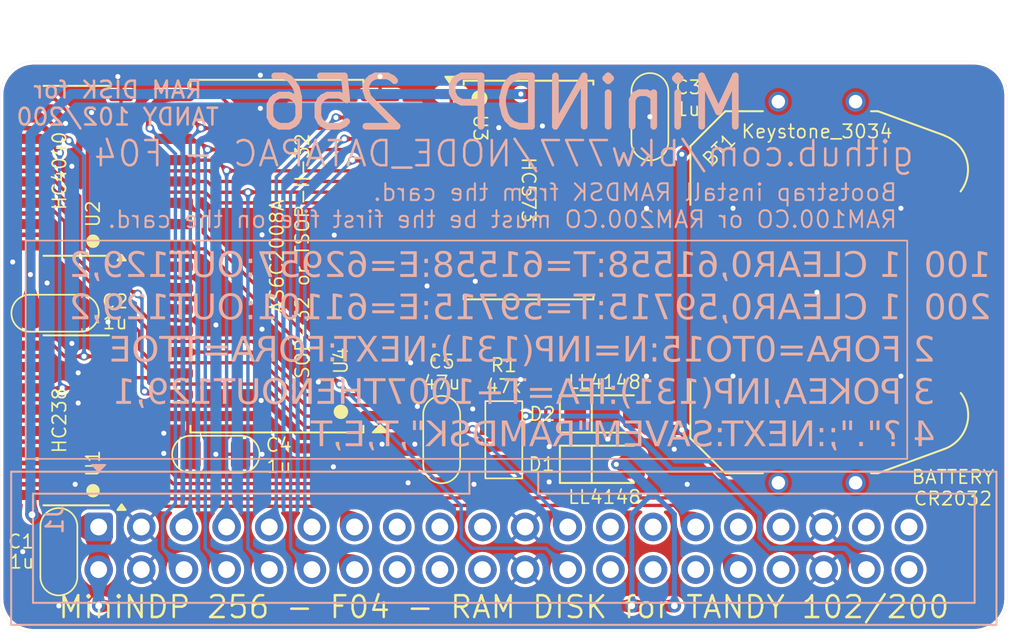
<source format=kicad_pcb>
(kicad_pcb (version 20240108) (generator "pcbnew") (generator_version "8.0")
  (title_block (title "MiniNDP 256") (date "2024-12-01") (rev "F04") (company "Brian K. White - b.kenyon.w@gmail.com") (comment 1 "github.com/bkw777/NODE_DATAPAC"))
  (layers (0 "F.Cu" signal) (31 "B.Cu" signal) (34 "B.Paste" user) (35 "F.Paste" user) (36 "B.SilkS" user "B.Silkscreen") (37 "F.SilkS" user "F.Silkscreen") (38 "B.Mask" user) (39 "F.Mask" user) (44 "Edge.Cuts" user))
  (net 0 "")
  (net 1 "GND")
  (net 2 "VMEM")
  (net 3 "VBUS")
  (net 4 "/AD0")
  (net 5 "/AD1")
  (net 6 "/AD2")
  (net 7 "/AD3")
  (net 8 "/AD4")
  (net 9 "/AD5")
  (net 10 "/AD6")
  (net 11 "/AD7")
  (net 12 "/A8")
  (net 13 "/A9")
  (net 14 "/~{RD}")
  (net 15 "/RAMRST")
  (net 16 "/~{Y0}")
  (net 17 "/(A)")
  (net 25 "/BYTE")
  (net 27 "/BUS_A10")
  (net 30 "/A5")
  (net 31 "/A6")
  (net 33 "/BLOCK")
  (net 34 "/A7")
  (net 35 "+BATT")
  (net 36 "/BUS_A8")
  (net 37 "/BUS_A9")
  (net 38 "/A0")
  (net 39 "/A1")
  (net 40 "/A2")
  (net 41 "/A3")
  (net 42 "/A4")
  (net 54 "/~{WR}")
  (net 56 "/A15")
  (net 57 "/A12")
  (net 58 "/A13")
  (net 59 "/A14")
  (net 60 "/A16")
  (net 61 "/A17")
  (net 62 "/A10")
  (net 63 "/A11")
  (footprint "000_LOCAL:C_1206" (layer "F.Cu") (at 125.45 115.230001 -90)
    (property "Reference" "C1")
    (property "Value" "1u")
  )
  (footprint "000_LOCAL:MiniNDP_Cover" (layer "F.Cu") (at 151.95 103.025)
    (property "Reference" "N1")
    (property "Value" "MiniNDP_Cover")
  )
  (footprint "000_LOCAL:Fiducial_0.75_1.5" (layer "F.Cu") (at 179.95 118.025)
    (property "Reference" "F2" (hide yes))
    (property "Value" "Fiducial_0.75_1.5" (hide yes))
  )
  (footprint "000_LOCAL:D_MiniMELF" (layer "F.Cu") (at 157.95 110.025)
    (property "Reference" "D1")
    (property "Value" "LL4148")
  )
  (footprint "000_LOCAL:TSOP-II-SOP-32_dual" (layer "F.Cu") (at 138.4372 97.626 180)
    (property "Reference" "U4")
    (property "Value" "AS6C2008A")
  )
  (footprint "000_LOCAL:C_1206" (layer "F.Cu") (at 148.25 108.549999 90)
    (property "Reference" "C5")
    (property "Value" "47u")
  )
  (footprint "000_LOCAL:Fiducial_0.75_1.5" (layer "F.Cu") (at 179.95 88.025 90)
    (property "Reference" "F2" (hide yes))
    (property "Value" "Fiducial_0.75_1.5" (hide yes))
  )
  (footprint "000_LOCAL:SOIC-20W_7.5x12.8mm_P1.27mm" (layer "F.Cu") (at 153.4222 93.688999)
    (property "Reference" "U3")
    (property "Value" "HC573")
  )
  (footprint "000_LOCAL:R_1206" (layer "F.Cu") (at 151.95 108.5625 90)
    (property "Reference" "R1")
    (property "Value" "47k")
  )
  (footprint "000_LOCAL:D_MiniMELF" (layer "F.Cu") (at 157.95 107.025)
    (property "Reference" "D2")
    (property "Value" "LL4148")
  )
  (footprint "000_LOCAL:C_1206" (layer "F.Cu") (at 160.65 89.325 -90)
    (property "Reference" "C3")
    (property "Value" "1u")
  )
  (footprint "000_LOCAL:Fiducial_0.75_1.5" (layer "F.Cu") (at 123.95 118.025)
    (property "Reference" "F3" (hide yes))
    (property "Value" "Fiducial_0.75_1.5" (hide yes))
  )
  (footprint "000_LOCAL:SOIC-16_3.9x9.9mm_P1.27mm" (layer "F.Cu") (at 126.485 107.405 180)
    (property "Reference" "U1")
    (property "Value" "HC238")
  )
  (footprint "000_LOCAL:Keystone_3028_3034" (layer "F.Cu") (at 170.6 99.775 90)
    (property "Reference" "BT1")
    (property "Value" "Keystone_3034")
  )
  (footprint "000_LOCAL:SOIC-16_3.9x9.9mm_P1.27mm" (layer "F.Cu") (at 126.485 92.546 180)
    (property "Reference" "U2")
    (property "Value" "HC4040")
  )
  (footprint "000_LOCAL:C_1206" (layer "F.Cu") (at 134.8 109.425)
    (property "Reference" "C4")
    (property "Value" "1u")
  )
  (footprint "000_LOCAL:C_1206" (layer "F.Cu") (at 125.225001 101.025)
    (property "Reference" "C2")
    (property "Value" "1u")
  )
  (footprint "000_LOCAL:IDC-Header_2x20_P2.54mm_Vertical" (layer "B.Cu") (at 127.82 113.755 -90)
    (property "Reference" "J1")
    (property "Value" "Conn_02x20_Odd_Even")
  )
  (gr_rect (start 123.475 96.7) (end 175.975 109.7) (stroke (width 0.1)) (fill none) (layer "B.SilkS"))
  (gr_line (start 123.95 86.025) (end 179.95 86.025) (stroke (width 0.01)) (layer "Edge.Cuts"))
  (gr_line (start 179.95 120.025) (end 123.95 120.025) (stroke (width 0.01)) (layer "Edge.Cuts"))
  (gr_arc (start 179.95 86.024999) (mid 181.364214 86.610786) (end 181.950001 88.025) (stroke (width 0.01)) (layer "Edge.Cuts"))
  (gr_arc (start 123.95 120.025) (mid 122.535786 119.439214) (end 121.95 118.025) (stroke (width 0.01)) (layer "Edge.Cuts"))
  (gr_arc (start 181.950001 118.025) (mid 181.364214 119.439214) (end 179.95 120.025001) (stroke (width 0.01)) (layer "Edge.Cuts"))
  (gr_line (start 181.95 88.025) (end 181.95 118.025) (stroke (width 0.01)) (layer "Edge.Cuts"))
  (gr_arc (start 121.949999 88.025) (mid 122.535786 86.610786) (end 123.95 86.024999) (stroke (width 0.01)) (layer "Edge.Cuts"))
  (gr_line (start 121.95 118.025) (end 121.95 88.025) (stroke (width 0.01)) (layer "Edge.Cuts"))
  (gr_text "${TITLE}" (at 151.95 88.525 0) (layer "B.SilkS") (effects (font (size 3 3) (thickness 0.4)) (justify mirror)))
  (gr_text "${COMMENT1} - ${REVISION}" (at 151.95 91.525 0) (layer "B.SilkS") (effects (font (size 1.5 1.5)) (justify mirror)))
  (gr_text "100  1 CLEAR0,61558:T=61558:E=62957:OUT129,2\n200  1 CLEAR0,59715:T=59715:E=61101:OUT129,2\n     2 FORA=0TO15:N=INP(131):NEXT:FORA=TTOE\n     3 POKEA,INP(131):IFA=T+1007THENOUT129,1\n     4 ?{dblquote}.{dblquote};:NEXT:SAVEM{dblquote}RAMDSK{dblquote},T,E,T" (at 180.975 109.2 0) (layer "B.SilkS") (effects (font (size 1.5 1.5) (thickness 0.1)) (justify left bottom mirror)))
  (gr_text "Bootstrap install RAMDSK from the card.\nRAM100.CO or RAM200.CO must be the first file on the card." (at 175.45 96.025 0) (layer "B.SilkS") (effects (font (size 1 1) (thickness 0.12)) (justify left bottom mirror)))
  (gr_text "RAM DISK for\nTANDY 102/200" (at 128.95 88.525 0) (layer "B.SilkS") (effects (font (size 1 1)) (justify mirror)))
  (gr_text "SOP-32 or TSOP-II-32" (at 139.95 97.625 90) (layer "F.SilkS") (effects (font (size 0.8 0.8) (thickness 0.1))))
  (gr_text "${TITLE} - ${REVISION} - RAM DISK for TANDY 102/200" (at 151.95 118.525 0) (layer "F.SilkS") (effects (font (size 1.3 1.3))))
  (gr_text "BATTERY\nCR2032" (at 178.7 111.425 0) (layer "F.SilkS") (effects (font (size 0.8 0.8) (thickness 0.1))))
  (via (at 128.375 101.55) (size 0.5) (drill 0.3) (layers "F.Cu" "B.Cu") (net 1))
  (via (at 150.1 106.725) (size 0.5) (drill 0.3) (layers "F.Cu" "B.Cu") (net 1))
  (via (at 154.25 89.875) (size 0.5) (drill 0.3) (layers "F.Cu" "B.Cu") (net 1))
  (via (at 124.75 99.225) (size 0.5) (drill 0.3) (layers "F.Cu" "B.Cu") (net 1))
  (via (at 146.65 108.825) (size 0.5) (drill 0.3) (layers "F.Cu" "B.Cu") (net 1))
  (via (at 170.6 99.775) (size 0.5) (drill 0.3) (layers "F.Cu" "B.Cu") (net 1))
  (via (at 165.6 94.775) (size 0.5) (drill 0.3) (layers "F.Cu" "B.Cu") (net 1))
  (via (at 128.963 86.9326) (size 0.5) (drill 0.3) (layers "F.Cu" "B.Cu") (net 1))
  (via (at 146.25 111.125) (size 0.5) (drill 0.3) (layers "F.Cu" "B.Cu") (net 1))
  (via (at 175.6 94.775) (size 0.5) (drill 0.3) (layers "F.Cu" "B.Cu") (net 1))
  (via (at 154.65 108.975) (size 0.5) (drill 0.3) (layers "F.Cu" "B.Cu") (net 1))
  (via (at 162.872 111.215) (size 0.5) (drill 0.3) (layers "F.Cu" "B.Cu") (net 1))
  (via (at 146.8 106.575) (size 0.5) (drill 0.3) (layers "F.Cu" "B.Cu") (net 1))
  (via (at 126.6 106.375) (size 0.5) (drill 0.3) (layers "F.Cu" "B.Cu") (net 1))
  (via (at 134.8 109.425) (size 0.5) (drill 0.3) (layers "F.Cu" "B.Cu") (net 1))
  (via (at 137.55 96.356) (size 0.5) (drill 0.3) (layers "F.Cu" "B.Cu") (net 1))
  (via (at 125.45 118.454) (size 0.5) (drill 0.3) (layers "F.Cu" "B.Cu") (net 1))
  (via (at 122.7 97.975) (size 0.5) (drill 0.3) (layers "F.Cu" "B.Cu") (net 1))
  (via (at 137.45 88.825) (size 0.5) (drill 0.3) (layers "F.Cu" "B.Cu") (net 1))
  (via (at 162.1 109.125) (size 0.5) (drill 0.3) (layers "F.Cu" "B.Cu") (net 1))
  (via (at 150.172 111.215) (size 0.5) (drill 0.3) (layers "F.Cu" "B.Cu") (net 1))
  (via (at 158.15 108.525) (size 0.5) (drill 0.3) (layers "F.Cu" "B.Cu") (net 1))
  (via (at 165.6 104.775) (size 0.5) (drill 0.3) (layers "F.Cu" "B.Cu") (net 1))
  (via (at 126.225 102.825) (size 0.5) (drill 0.3) (layers "F.Cu" "B.Cu") (net 1))
  (via (at 151.65 89.975) (size 0.5) (drill 0.3) (layers "F.Cu" "B.Cu") (net 1))
  (via (at 123.3 115.225) (size 0.5) (drill 0.3) (layers "F.Cu" "B.Cu") (net 1))
  (via (at 141.85 96.375) (size 0.5) (drill 0.3) (layers "F.Cu" "B.Cu") (net 1))
  (via (at 126.423 111.215) (size 0.5) (drill 0.3) (layers "F.Cu" "B.Cu") (net 1))
  (via (at 137.55 109.425) (size 0.5) (drill 0.3) (layers "F.Cu" "B.Cu") (net 1))
  (via (at 140.901 105.119) (size 0.5) (drill 0.3) (layers "F.Cu" "B.Cu") (net 1))
  (via (at 160.45 104.775) (size 0.5) (drill 0.3) (layers "F.Cu" "B.Cu") (net 1))
  (via (at 126.225 92.275) (size 0.5) (drill 0.3) (layers "F.Cu" "B.Cu") (net 1))
  (via (at 137.5 106.225) (size 0.5) (drill 0.3) (layers "F.Cu" "B.Cu") (net 1))
  (via (at 152.95 104.975) (size 0.5) (drill 0.3) (layers "F.Cu" "B.Cu") (net 1))
  (via (at 154.65 111.075) (size 0.5) (drill 0.3) (layers "F.Cu" "B.Cu") (net 1))
  (via (at 144.584 86.9326) (size 0.5) (drill 0.3) (layers "F.Cu" "B.Cu") (net 1))
  (via (at 131.7 109.375) (size 0.5) (drill 0.3) (layers "F.Cu" "B.Cu") (net 1))
  (via (at 137.55 101.975) (size 0.5) (drill 0.3) (layers "F.Cu" "B.Cu") (net 1))
  (via (at 144.7 108.825) (size 0.5) (drill 0.3) (layers "F.Cu" "B.Cu") (net 1))
  (via (at 141.8 110.175) (size 0.5) (drill 0.3) (layers "F.Cu" "B.Cu") (net 1))
  (via (at 147.378 99.404) (size 0.5) (drill 0.3) (layers "F.Cu" "B.Cu") (net 1))
  (via (at 131.7 108.175) (size 0.5) (drill 0.3) (layers "F.Cu" "B.Cu") (net 1))
  (via (at 127.4 89.075) (size 0.5) (drill 0.3) (layers "F.Cu" "B.Cu") (net 1))
  (via (at 134.805 101.725) (size 0.5) (drill 0.3) (layers "F.Cu" "B.Cu") (net 1))
  (via (at 160.45 94.775) (size 0.5) (drill 0.3) (layers "F.Cu" "B.Cu") (net 1))
  (via (at 125.85 89.725) (size 0.5) (drill 0.3) (layers "F.Cu" "B.Cu") (net 1))
  (via (at 160.65 89.325) (size 0.5) (drill 0.3) (layers "F.Cu" "B.Cu") (net 1))
  (via (at 175.6 104.775) (size 0.5) (drill 0.3) (layers "F.Cu" "B.Cu") (net 1))
  (via (at 150.25 99.125) (size 0.5) (drill 0.3) (layers "F.Cu" "B.Cu") (net 1))
  (via (at 126.6 104.575) (size 0.5) (drill 0.3) (layers "F.Cu" "B.Cu") (net 1))
  (via (at 137.45 86.85) (size 0.5) (drill 0.3) (layers "F.Cu" "B.Cu") (net 1))
  (via (at 146.4 103.975) (size 0.5) (drill 0.3) (layers "F.Cu" "B.Cu") (net 1))
  (segment (start 133.325 107.151) (end 133.325 109.425) (width 0.6) (layer "F.Cu") (net 2))
  (segment (start 144.55 110.025) (end 148.25 110.025) (width 0.6) (layer "F.Cu") (net 2))
  (segment (start 156.2 110.025) (end 156.2 107.025) (width 0.6) (layer "F.Cu") (net 2))
  (segment (start 137.676 107.151) (end 139.6 109.075) (width 0.6) (layer "F.Cu") (net 2))
  (segment (start 139.6 109.075) (end 143.6 109.075) (width 0.6) (layer "F.Cu") (net 2))
  (segment (start 132.2904 107.151) (end 133.325 107.151) (width 0.6) (layer "F.Cu") (net 2))
  (segment (start 132.2904 107.151) (end 137.676 107.151) (width 0.6) (layer "F.Cu") (net 2))
  (segment (start 148.25 110.025) (end 151.95 110.025) (width 0.6) (layer "F.Cu") (net 2))
  (segment (start 151.95 110.025) (end 156.2 110.025) (width 0.6) (layer "F.Cu") (net 2))
  (segment (start 143.6 109.075) (end 144.55 110.025) (width 0.6) (layer "F.Cu") (net 2))
  (segment (start 152.966 87.974) (end 158.122199 87.974) (width 0.6) (layer "F.Cu") (net 3))
  (segment (start 124.58 113.755) (end 125.45 113.755) (width 0.8) (layer "F.Cu") (net 3))
  (segment (start 158.122199 87.974) (end 158.1222 87.973999) (width 0.6) (layer "F.Cu") (net 3))
  (segment (start 158.65 110.025) (end 159.7 110.025) (width 0.6) (layer "F.Cu") (net 3))
  (segment (start 123.85 113.025) (end 124.58 113.755) (width 0.8) (layer "F.Cu") (net 3))
  (segment (start 158.1222 87.973999) (end 160.526 87.973999) (width 0.6) (layer "F.Cu") (net 3))
  (segment (start 159.57 118.454) (end 162.11 118.454) (width 0.6) (layer "F.Cu") (net 3))
  (segment (start 123.85 113.025) (end 123.818 112.993) (width 0.6) (layer "F.Cu") (net 3))
  (segment (start 123.818 112.993) (end 123.818 111.85) (width 0.6) (layer "F.Cu") (net 3))
  (segment (start 123.756 98.725) (end 123.756 101.019) (width 0.6) (layer "F.Cu") (net 3))
  (segment (start 160.526 87.973999) (end 160.65 87.849999) (width 0.6) (layer "F.Cu") (net 3))
  (segment (start 127.82 118.454) (end 159.57 118.454) (width 0.6) (layer "F.Cu") (net 3))
  (segment (start 123.756 97.053) (end 123.818 96.991) (width 0.6) (layer "F.Cu") (net 3))
  (segment (start 123.756 101.019) (end 123.75 101.025) (width 0.6) (layer "F.Cu") (net 3))
  (segment (start 127.82 116.295) (end 127.82 113.755) (width 1) (layer "F.Cu") (net 3))
  (segment (start 125.45 113.755) (end 127.82 113.755) (width 0.8) (layer "F.Cu") (net 3))
  (segment (start 123.756 98.725) (end 123.756 97.053) (width 0.6) (layer "F.Cu") (net 3))
  (via (at 123.85 113.025) (size 0.8) (drill 0.4) (layers "F.Cu" "B.Cu") (net 3))
  (via (at 158.65 110.025) (size 0.6) (drill 0.3) (layers "F.Cu" "B.Cu") (net 3))
  (via (at 152.966 87.974) (size 0.6) (drill 0.3) (layers "F.Cu" "B.Cu") (net 3))
  (via (at 162.11 118.454) (size 0.8) (drill 0.4) (layers "F.Cu" "B.Cu") (net 3))
  (via (at 127.82 118.454) (size 0.8) (drill 0.4) (layers "F.Cu" "B.Cu") (net 3))
  (via (at 123.756 98.725) (size 0.6) (drill 0.3) (layers "F.Cu" "B.Cu") (net 3))
  (via (at 159.57 118.454) (size 0.8) (drill 0.4) (layers "F.Cu" "B.Cu") (net 3))
  (segment (start 127.82 116.295) (end 127.82 118.454) (width 0.6) (layer "B.Cu") (net 3))
  (segment (start 158.65 110.025) (end 159.142 110.025) (width 0.6) (layer "B.Cu") (net 3))
  (segment (start 126.169 87.974) (end 152.966 87.974) (width 0.6) (layer "B.Cu") (net 3))
  (segment (start 123.756 98.725) (end 123.756 90.387) (width 0.6) (layer "B.Cu") (net 3))
  (segment (start 123.756 90.387) (end 126.169 87.974) (width 0.6) (layer "B.Cu") (net 3))
  (segment (start 159.142 110.025) (end 160.84 111.723) (width 0.6) (layer "B.Cu") (net 3))
  (segment (start 162.11 118.454) (end 162.11 112.993) (width 0.3) (layer "B.Cu") (net 3))
  (segment (start 162.11 112.993) (end 160.84 111.723) (width 0.3) (layer "B.Cu") (net 3))
  (segment (start 159.57 112.993) (end 160.84 111.723) (width 0.3) (layer "B.Cu") (net 3))
  (segment (start 123.756 98.725) (end 123.756 112.931) (width 0.6) (layer "B.Cu") (net 3))
  (segment (start 159.57 118.454) (end 159.57 112.993) (width 0.3) (layer "B.Cu") (net 3))
  (segment (start 123.756 112.931) (end 123.85 113.025) (width 0.6) (layer "B.Cu") (net 3))
  (segment (start 130.741 88.8122) (end 131.4522 88.101) (width 0.2) (layer "F.Cu") (net 4))
  (segment (start 130.868 90.006) (end 130.741 89.879) (width 0.2) (layer "F.Cu") (net 4))
  (segment (start 135.076 88.101) (end 136.45 89.475) (width 0.2) (layer "F.Cu") (net 4))
  (segment (start 136.45 89.475) (end 138.45 89.475) (width 0.2) (layer "F.Cu") (net 4))
  (segment (start 132.2904 88.101) (end 135.076 88.101) (width 0.2) (layer "F.Cu") (net 4))
  (segment (start 148.619001 89.0408) (end 148.8222 89.243999) (width 0.2) (layer "F.Cu") (net 4))
  (segment (start 130.741 89.879) (end 130.741 88.8122) (width 0.2) (layer "F.Cu") (net 4))
  (segment (start 131.4522 88.101) (end 132.2904 88.101) (width 0.2) (layer "F.Cu") (net 4))
  (segment (start 138.45 89.475) (end 139.189 88.736) (width 0.2) (layer "F.Cu") (net 4))
  (segment (start 139.189 88.736) (end 146.997 88.736) (width 0.2) (layer "F.Cu") (net 4))
  (segment (start 146.997 88.736) (end 147.3018 89.0408) (width 0.2) (layer "F.Cu") (net 4))
  (segment (start 147.3018 89.0408) (end 148.619001 89.0408) (width 0.2) (layer "F.Cu") (net 4))
  (via (at 130.868 90.006) (size 0.5) (drill 0.3) (layers "F.Cu" "B.Cu") (net 4))
  (segment (start 132.392 112.358) (end 131.63 113.12) (width 0.2) (layer "B.Cu") (net 4))
  (segment (start 132.392 91.53) (end 132.392 112.358) (width 0.2) (layer "B.Cu") (net 4))
  (segment (start 130.868 90.006) (end 132.392 91.53) (width 0.2) (layer "B.Cu") (net 4))
  (segment (start 131.63 113.12) (end 131.63 115.025) (width 0.2) (layer "B.Cu") (net 4))
  (segment (start 131.63 115.025) (end 132.9 116.295) (width 0.2) (layer "B.Cu") (net 4))
  (segment (start 148.663201 91.625) (end 148.8222 91.783999) (width 0.2) (layer "F.Cu") (net 5))
  (segment (start 133.916 90.006) (end 133.4842 89.5742) (width 0.2) (layer "F.Cu") (net 5))
  (segment (start 146.1855 90.006) (end 147.8045 91.625) (width 0.2) (layer "F.Cu") (net 5))
  (segment (start 133.916 90.006) (end 146.1855 90.006) (width 0.2) (layer "F.Cu") (net 5))
  (segment (start 133.4842 89.5742) (end 132.4936 89.5742) (width 0.2) (layer "F.Cu") (net 5))
  (segment (start 147.8045 91.625) (end 148.663201 91.625) (width 0.2) (layer "F.Cu") (net 5))
  (segment (start 132.4936 89.5742) (end 132.2904 89.371) (width 0.2) (layer "F.Cu") (net 5))
  (via (at 133.916 90.006) (size 0.5) (drill 0.3) (layers "F.Cu" "B.Cu") (net 5))
  (segment (start 133.916 90.006) (end 133.281 90.641) (width 0.2) (layer "B.Cu") (net 5))
  (segment (start 133.281 113.374) (end 132.9 113.755) (width 0.2) (layer "B.Cu") (net 5))
  (segment (start 133.281 90.641) (end 133.281 113.374) (width 0.2) (layer "B.Cu") (net 5))
  (segment (start 134.3 91.276) (end 145.981 91.276) (width 0.2) (layer "F.Cu") (net 6))
  (segment (start 147.709 94.125) (end 148.623201 94.125) (width 0.2) (layer "F.Cu") (net 6))
  (segment (start 133.849 90.825) (end 132.4744 90.825) (width 0.2) (layer "F.Cu") (net 6))
  (segment (start 147.1 92.395) (end 147.1 92.8522) (width 0.2) (layer "F.Cu") (net 6))
  (segment (start 148.623201 94.125) (end 148.8222 94.323999) (width 0.2) (layer "F.Cu") (net 6))
  (segment (start 132.4744 90.825) (end 132.2904 90.641) (width 0.2) (layer "F.Cu") (net 6))
  (segment (start 147.6 93.3522) (end 147.6 94.016) (width 0.2) (layer "F.Cu") (net 6))
  (segment (start 145.981 91.276) (end 147.1 92.395) (width 0.2) (layer "F.Cu") (net 6))
  (segment (start 147.6 94.016) (end 147.709 94.125) (width 0.2) (layer "F.Cu") (net 6))
  (segment (start 147.1 92.8522) (end 147.6 93.3522) (width 0.2) (layer "F.Cu") (net 6))
  (segment (start 134.3 91.276) (end 133.849 90.825) (width 0.2) (layer "F.Cu") (net 6))
  (via (at 134.3 91.276) (size 0.5) (drill 0.3) (layers "F.Cu" "B.Cu") (net 6))
  (segment (start 134.3 91.276) (end 134.17 91.406) (width 0.2) (layer "B.Cu") (net 6))
  (segment (start 134.17 91.406) (end 134.17 115.025) (width 0.2) (layer "B.Cu") (net 6))
  (segment (start 134.17 115.025) (end 135.44 116.295) (width 0.2) (layer "B.Cu") (net 6))
  (segment (start 135.44 92.525) (end 134.826 91.911) (width 0.2) (layer "F.Cu") (net 7))
  (segment (start 146.109 92.804) (end 146.109 93.2836) (width 0.2) (layer "F.Cu") (net 7))
  (segment (start 147.75 96.675) (end 148.633201 96.675) (width 0.2) (layer "F.Cu") (net 7))
  (segment (start 146.109 93.2836) (end 146.6 93.7746) (width 0.2) (layer "F.Cu") (net 7))
  (segment (start 148.633201 96.675) (end 148.8222 96.863999) (width 0.2) (layer "F.Cu") (net 7))
  (segment (start 134.826 91.911) (end 132.2904 91.911) (width 0.2) (layer "F.Cu") (net 7))
  (segment (start 135.461 92.546) (end 145.851 92.546) (width 0.2) (layer "F.Cu") (net 7))
  (segment (start 146.6 93.7746) (end 146.6 95.525) (width 0.2) (layer "F.Cu") (net 7))
  (segment (start 146.6 95.525) (end 147.75 96.675) (width 0.2) (layer "F.Cu") (net 7))
  (segment (start 145.851 92.546) (end 146.109 92.804) (width 0.2) (layer "F.Cu") (net 7))
  (segment (start 135.44 92.525) (end 135.461 92.546) (width 0.2) (layer "F.Cu") (net 7))
  (via (at 135.44 92.525) (size 0.5) (drill 0.3) (layers "F.Cu" "B.Cu") (net 7))
  (segment (start 135.44 92.525) (end 135.44 113.755) (width 0.2) (layer "B.Cu") (net 7))
  (segment (start 147.25 97.325) (end 147.9 97.975) (width 0.2) (layer "F.Cu") (net 8))
  (segment (start 134.941 93.825) (end 134.297 93.181) (width 0.2) (layer "F.Cu") (net 8))
  (segment (start 136.71 93.825) (end 136.719 93.816) (width 0.2) (layer "F.Cu") (net 8))
  (segment (start 145.9 93.816) (end 146.109 94.025) (width 0.2) (layer "F.Cu") (net 8))
  (segment (start 147.9 97.975) (end 148.663201 97.975) (width 0.2) (layer "F.Cu") (net 8))
  (segment (start 146.109 95.734) (end 147.25 96.875) (width 0.2) (layer "F.Cu") (net 8))
  (segment (start 147.25 96.875) (end 147.25 97.325) (width 0.2) (layer "F.Cu") (net 8))
  (segment (start 134.297 93.181) (end 132.2904 93.181) (width 0.2) (layer "F.Cu") (net 8))
  (segment (start 148.663201 97.975) (end 148.8222 98.133999) (width 0.2) (layer "F.Cu") (net 8))
  (segment (start 146.109 94.025) (end 146.109 95.734) (width 0.2) (layer "F.Cu") (net 8))
  (segment (start 136.719 93.816) (end 145.9 93.816) (width 0.2) (layer "F.Cu") (net 8))
  (segment (start 136.71 93.825) (end 134.941 93.825) (width 0.2) (layer "F.Cu") (net 8))
  (via (at 136.71 93.825) (size 0.5) (drill 0.3) (layers "F.Cu" "B.Cu") (net 8))
  (segment (start 136.71 93.825) (end 136.71 115.025) (width 0.2) (layer "B.Cu") (net 8))
  (segment (start 136.71 115.025) (end 137.98 116.295) (width 0.2) (layer "B.Cu") (net 8))
  (segment (start 144.6094 89.371) (end 144.8134 89.575) (width 0.2) (layer "F.Cu") (net 9))
  (segment (start 141.95 89.371) (end 144.6094 89.371) (width 0.2) (layer "F.Cu") (net 9))
  (segment (start 144.8134 89.575) (end 146.5914 89.575) (width 0.2) (layer "F.Cu") (net 9))
  (segment (start 147.3414 90.325) (end 148.633201 90.325) (width 0.2) (layer "F.Cu") (net 9))
  (segment (start 146.5914 89.575) (end 147.3414 90.325) (width 0.2) (layer "F.Cu") (net 9))
  (segment (start 148.633201 90.325) (end 148.8222 90.513999) (width 0.2) (layer "F.Cu") (net 9))
  (via (at 141.95 89.371) (size 0.5) (drill 0.3) (layers "F.Cu" "B.Cu") (net 9))
  (segment (start 138.4 92.921) (end 138.4 113.335) (width 0.2) (layer "B.Cu") (net 9))
  (segment (start 141.95 89.371) (end 138.4 92.921) (width 0.2) (layer "B.Cu") (net 9))
  (segment (start 138.4 113.335) (end 137.98 113.755) (width 0.2) (layer "B.Cu") (net 9))
  (segment (start 142.45 90.641) (end 144.6094 90.641) (width 0.2) (layer "F.Cu") (net 10))
  (segment (start 144.6094 90.641) (end 144.7934 90.825) (width 0.2) (layer "F.Cu") (net 10))
  (segment (start 147.908 92.875) (end 148.643201 92.875) (width 0.2) (layer "F.Cu") (net 10))
  (segment (start 147.6 92.567) (end 147.908 92.875) (width 0.2) (layer "F.Cu") (net 10))
  (segment (start 146.2666 90.825) (end 147.6 92.1584) (width 0.2) (layer "F.Cu") (net 10))
  (segment (start 148.643201 92.875) (end 148.8222 93.053999) (width 0.2) (layer "F.Cu") (net 10))
  (segment (start 144.7934 90.825) (end 146.2666 90.825) (width 0.2) (layer "F.Cu") (net 10))
  (segment (start 147.6 92.1584) (end 147.6 92.567) (width 0.2) (layer "F.Cu") (net 10))
  (via (at 142.45 90.641) (size 0.5) (drill 0.3) (layers "F.Cu" "B.Cu") (net 10))
  (segment (start 139.25 93.841) (end 139.25 115.025) (width 0.2) (layer "B.Cu") (net 10))
  (segment (start 139.25 115.025) (end 140.52 116.295) (width 0.2) (layer "B.Cu") (net 10))
  (segment (start 142.45 90.641) (end 139.25 93.841) (width 0.2) (layer "B.Cu") (net 10))
  (segment (start 142.933 91.911) (end 144.6094 91.911) (width 0.2) (layer "F.Cu") (net 11))
  (segment (start 146.6 92.6062) (end 146.6 93.0655) (width 0.2) (layer "F.Cu") (net 11))
  (segment (start 144.6094 91.911) (end 144.7734 92.075) (width 0.2) (layer "F.Cu") (net 11))
  (segment (start 146.0688 92.075) (end 146.6 92.6062) (width 0.2) (layer "F.Cu") (net 11))
  (segment (start 147.1 94.775) (end 147.75 95.425) (width 0.2) (layer "F.Cu") (net 11))
  (segment (start 144.7734 92.075) (end 146.0688 92.075) (width 0.2) (layer "F.Cu") (net 11))
  (segment (start 146.6 93.0655) (end 147.1 93.5655) (width 0.2) (layer "F.Cu") (net 11))
  (segment (start 148.653201 95.425) (end 148.8222 95.593999) (width 0.2) (layer "F.Cu") (net 11))
  (segment (start 147.75 95.425) (end 148.653201 95.425) (width 0.2) (layer "F.Cu") (net 11))
  (segment (start 147.1 93.5655) (end 147.1 94.775) (width 0.2) (layer "F.Cu") (net 11))
  (via (at 142.933 91.911) (size 0.5) (drill 0.3) (layers "F.Cu" "B.Cu") (net 11))
  (segment (start 140.1 94.744) (end 140.1 113.335) (width 0.2) (layer "B.Cu") (net 11))
  (segment (start 142.933 91.911) (end 140.1 94.744) (width 0.2) (layer "B.Cu") (net 11))
  (segment (start 140.1 113.335) (end 140.52 113.755) (width 0.2) (layer "B.Cu") (net 11))
  (segment (start 124.7 92.075) (end 123.982 92.075) (width 0.2) (layer "F.Cu") (net 12))
  (segment (start 123.982 92.075) (end 123.818 91.911) (width 0.2) (layer "F.Cu") (net 12))
  (segment (start 131.496 102.071) (end 126.7 97.275) (width 0.2) (layer "F.Cu") (net 12))
  (segment (start 126.7 97.275) (end 126.7 94.075) (width 0.2) (layer "F.Cu") (net 12))
  (segment (start 132.2904 102.071) (end 131.496 102.071) (width 0.2) (layer "F.Cu") (net 12))
  (segment (start 126.7 94.075) (end 124.7 92.075) (width 0.2) (layer "F.Cu") (net 12))
  (segment (start 124.676 94.451) (end 123.818 94.451) (width 0.2) (layer "F.Cu") (net 13))
  (segment (start 125.8 95.575) (end 124.676 94.451) (width 0.2) (layer "F.Cu") (net 13))
  (segment (start 125.8 97.675) (end 125.8 95.575) (width 0.2) (layer "F.Cu") (net 13))
  (segment (start 130.25 103.1772) (end 130.25 102.125) (width 0.2) (layer "F.Cu") (net 13))
  (segment (start 136.951 103.976) (end 131.0488 103.976) (width 0.2) (layer "F.Cu") (net 13))
  (segment (start 144.584 107.151) (end 140.126 107.151) (width 0.2) (layer "F.Cu") (net 13))
  (segment (start 131.0488 103.976) (end 130.25 103.1772) (width 0.2) (layer "F.Cu") (net 13))
  (segment (start 140.126 107.151) (end 136.951 103.976) (width 0.2) (layer "F.Cu") (net 13))
  (segment (start 130.25 102.125) (end 125.8 97.675) (width 0.2) (layer "F.Cu") (net 13))
  (segment (start 134.1192 97.1942) (end 132.4936 97.1942) (width 0.2) (layer "F.Cu") (net 14))
  (segment (start 132.4936 97.1942) (end 132.2904 96.991) (width 0.2) (layer "F.Cu") (net 14))
  (segment (start 142.175 105.25) (end 134.1192 97.1942) (width 0.2) (layer "F.Cu") (net 14))
  (via (at 142.175 105.25) (size 0.5) (drill 0.3) (layers "F.Cu" "B.Cu") (net 14))
  (segment (start 149.41 112.485) (end 149.41 114.39) (width 0.2) (layer "B.Cu") (net 14))
  (segment (start 149.41 114.39) (end 150.045 115.025) (width 0.2) (layer "B.Cu") (net 14))
  (segment (start 150.045 115.025) (end 154.45825 115.025) (width 0.2) (layer "B.Cu") (net 14))
  (segment (start 155.72825 116.295) (end 155.76 116.295) (width 0.2) (layer "B.Cu") (net 14))
  (segment (start 142.175 105.25) (end 149.41 112.485) (width 0.2) (layer "B.Cu") (net 14))
  (segment (start 154.45825 115.025) (end 155.72825 116.295) (width 0.2) (layer "B.Cu") (net 14))
  (segment (start 143.06 105.246) (end 134.043 96.229) (width 0.2) (layer "F.Cu") (net 15))
  (segment (start 134.043 96.229) (end 134.043 95.368) (width 0.2) (layer "F.Cu") (net 15))
  (segment (start 150.096 105.246) (end 143.06 105.246) (width 0.2) (layer "F.Cu") (net 15))
  (segment (start 152 107.15) (end 150.096 105.246) (width 0.2) (layer "F.Cu") (net 15))
  (segment (start 153.25 107.15) (end 152 107.15) (width 0.2) (layer "F.Cu") (net 15))
  (segment (start 134.043 95.368) (end 133.3292 94.6542) (width 0.2) (layer "F.Cu") (net 15))
  (segment (start 132.4936 94.6542) (end 132.2904 94.451) (width 0.2) (layer "F.Cu") (net 15))
  (segment (start 133.3292 94.6542) (end 132.4936 94.6542) (width 0.2) (layer "F.Cu") (net 15))
  (via (at 153.25 107.15) (size 0.5) (drill 0.3) (layers "F.Cu" "B.Cu") (net 15))
  (segment (start 167.19 112.993) (end 167.19 114.39) (width 0.3) (layer "B.Cu") (net 15))
  (segment (start 172.27 115.025) (end 173.54 116.295) (width 0.3) (layer "B.Cu") (net 15))
  (segment (start 158.775 107.15) (end 161.951 110.326) (width 0.3) (layer "B.Cu") (net 15))
  (segment (start 153.25 107.15) (end 158.775 107.15) (width 0.3) (layer "B.Cu") (net 15))
  (segment (start 167.825 115.025) (end 172.27 115.025) (width 0.3) (layer "B.Cu") (net 15))
  (segment (start 167.19 114.39) (end 167.825 115.025) (width 0.3) (layer "B.Cu") (net 15))
  (segment (start 164.523 110.326) (end 167.19 112.993) (width 0.3) (layer "B.Cu") (net 15))
  (segment (start 161.951 110.326) (end 164.523 110.326) (width 0.3) (layer "B.Cu") (net 15))
  (segment (start 143.1 112.475) (end 142.25 111.625) (width 0.2) (layer "F.Cu") (net 16))
  (segment (start 129.279 108.167) (end 129.152 108.04) (width 0.2) (layer "F.Cu") (net 16))
  (segment (start 132.0325 111.625) (end 130.55 110.1425) (width 0.2) (layer "F.Cu") (net 16))
  (segment (start 130.55 110.1425) (end 130.55 108.865) (width 0.2) (layer "F.Cu") (net 16))
  (segment (start 142.25 111.625) (end 132.0325 111.625) (width 0.2) (layer "F.Cu") (net 16))
  (segment (start 163.38 113.755) (end 162.1 112.475) (width 0.2) (layer "F.Cu") (net 16))
  (segment (start 130.55 108.865) (end 129.852 108.167) (width 0.2) (layer "F.Cu") (net 16))
  (segment (start 129.852 108.167) (end 129.279 108.167) (width 0.2) (layer "F.Cu") (net 16))
  (segment (start 162.1 112.475) (end 143.1 112.475) (width 0.2) (layer "F.Cu") (net 16))
  (segment (start 142.45 111.175) (end 132.251 111.175) (width 0.2) (layer "F.Cu") (net 17))
  (segment (start 131 109.924) (end 131 108.625) (width 0.2) (layer "F.Cu") (net 17))
  (segment (start 130.25 106.275) (end 129.475 105.5) (width 0.2) (layer "F.Cu") (net 17))
  (segment (start 132.251 111.175) (end 131 109.924) (width 0.2) (layer "F.Cu") (net 17))
  (segment (start 129.475 105.5) (end 129.152 105.5) (width 0.2) (layer "F.Cu") (net 17))
  (segment (start 165.92 116.295) (end 164.65 115.025) (width 0.2) (layer "F.Cu") (net 17))
  (segment (start 163.555 112.025) (end 143.3 112.025) (width 0.2) (layer "F.Cu") (net 17))
  (segment (start 131 108.625) (end 130.25 107.875) (width 0.2) (layer "F.Cu") (net 17))
  (segment (start 143.3 112.025) (end 142.45 111.175) (width 0.2) (layer "F.Cu") (net 17))
  (segment (start 164.65 113.12) (end 163.555 112.025) (width 0.2) (layer "F.Cu") (net 17))
  (segment (start 164.65 115.025) (end 164.65 113.12) (width 0.2) (layer "F.Cu") (net 17))
  (segment (start 130.25 107.875) (end 130.25 106.275) (width 0.2) (layer "F.Cu") (net 17))
  (segment (start 126.951 103.595) (end 125.795 103.595) (width 0.2) (layer "F.Cu") (net 25))
  (segment (start 130.0044 103.595) (end 130.8344 104.425) (width 0.2) (layer "F.Cu") (net 25))
  (segment (start 125.795 103.595) (end 125.16 102.96) (width 0.2) (layer "F.Cu") (net 25))
  (segment (start 132.1044 104.425) (end 132.2904 104.611) (width 0.2) (layer "F.Cu") (net 25))
  (segment (start 124.8744 89.575) (end 124.022 89.575) (width 0.2) (layer "F.Cu") (net 25))
  (segment (start 125.16 102.96) (end 123.818 102.96) (width 0.2) (layer "F.Cu") (net 25))
  (segment (start 124.022 89.575) (end 123.818 89.371) (width 0.2) (layer "F.Cu") (net 25))
  (segment (start 130.8344 104.425) (end 132.1044 104.425) (width 0.2) (layer "F.Cu") (net 25))
  (segment (start 126.05 90.7506) (end 124.8744 89.575) (width 0.2) (layer "F.Cu") (net 25))
  (segment (start 126.951 103.595) (end 130.0044 103.595) (width 0.2) (layer "F.Cu") (net 25))
  (via (at 126.05 90.7506) (size 0.5) (drill 0.3) (layers "F.Cu" "B.Cu") (net 25))
  (via (at 126.951 103.595) (size 0.5) (drill 0.3) (layers "F.Cu" "B.Cu") (net 25))
  (segment (start 126.951 103.595) (end 126.951 91.6516) (width 0.2) (layer "B.Cu") (net 25))
  (segment (start 126.951 91.6516) (end 126.05 90.7506) (width 0.2) (layer "B.Cu") (net 25))
  (segment (start 130.35 98.4288) (end 130.35 96.4222) (width 0.2) (layer "F.Cu") (net 30))
  (segment (start 132.2904 99.531) (end 131.4522 99.531) (width 0.2) (layer "F.Cu") (net 30))
  (segment (start 131.4522 99.531) (end 130.35 98.4288) (width 0.2) (layer "F.Cu") (net 30))
  (segment (start 129.6488 95.721) (end 129.152 95.721) (width 0.2) (layer "F.Cu") (net 30))
  (segment (start 130.35 96.4222) (end 129.6488 95.721) (width 0.2) (layer "F.Cu") (net 30))
  (segment (start 130.614 94.1716) (end 130.614 94.832) (width 0.2) (layer "F.Cu") (net 31))
  (segment (start 131.503 95.721) (end 132.2904 95.721) (width 0.2) (layer "F.Cu") (net 31))
  (segment (start 129.6234 93.181) (end 130.614 94.1716) (width 0.2) (layer "F.Cu") (net 31))
  (segment (start 129.152 93.181) (end 129.6234 93.181) (width 0.2) (layer "F.Cu") (net 31))
  (segment (start 130.614 94.832) (end 131.503 95.721) (width 0.2) (layer "F.Cu") (net 31))
  (segment (start 125.5 91.475) (end 124.85 90.825) (width 0.2) (layer "F.Cu") (net 33))
  (segment (start 125.625 105.5) (end 123.818 105.5) (width 0.2) (layer "F.Cu") (net 33))
  (segment (start 153.75 108.575) (end 154.45 107.875) (width 0.2) (layer "F.Cu") (net 33))
  (segment (start 127.21 105.475) (end 127.82 104.865) (width 0.2) (layer "F.Cu") (net 33))
  (segment (start 140.15 107.825) (end 146.5 107.825) (width 0.2) (layer "F.Cu") (net 33))
  (segment (start 124.002 90.825) (end 123.818 90.641) (width 0.2) (layer "F.Cu") (net 33))
  (segment (start 125.65 105.475) (end 125.625 105.5) (width 0.2) (layer "F.Cu") (net 33))
  (segment (start 137.571 105.246) (end 140.15 107.825) (width 0.2) (layer "F.Cu") (net 33))
  (segment (start 125.65 105.475) (end 127.21 105.475) (width 0.2) (layer "F.Cu") (net 33))
  (segment (start 146.5 107.825) (end 147.25 108.575) (width 0.2) (layer "F.Cu") (net 33))
  (segment (start 147.25 108.575) (end 153.75 108.575) (width 0.2) (layer "F.Cu") (net 33))
  (segment (start 154.45 102.675) (end 157.721001 99.403999) (width 0.2) (layer "F.Cu") (net 33))
  (segment (start 127.82 104.865) (end 130.6508 104.865) (width 0.2) (layer "F.Cu") (net 33))
  (segment (start 154.45 107.875) (end 154.45 102.675) (width 0.2) (layer "F.Cu") (net 33))
  (segment (start 131.0318 105.246) (end 137.571 105.246) (width 0.2) (layer "F.Cu") (net 33))
  (segment (start 157.721001 99.403999) (end 158.0222 99.403999) (width 0.2) (layer "F.Cu") (net 33))
  (segment (start 130.6508 104.865) (end 131.0318 105.246) (width 0.2) (layer "F.Cu") (net 33))
  (segment (start 124.85 90.825) (end 124.002 90.825) (width 0.2) (layer "F.Cu") (net 33))
  (via (at 125.5 91.475) (size 0.5) (drill 0.3) (layers "F.Cu" "B.Cu") (net 33))
  (via (at 125.65 105.475) (size 0.5) (drill 0.3) (layers "F.Cu" "B.Cu") (net 33))
  (segment (start 125.4959 105.3209) (end 125.4959 91.4791) (width 0.2) (layer "B.Cu") (net 33))
  (segment (start 125.4959 91.4791) (end 125.5 91.475) (width 0.2) (layer "B.Cu") (net 33))
  (segment (start 125.65 105.475) (end 125.4959 105.3209) (width 0.2) (layer "B.Cu") (net 33))
  (segment (start 140.156 105.881) (end 136.981 102.706) (width 0.2) (layer "F.Cu") (net 34))
  (segment (start 126.25 94.7606) (end 124.6704 93.181) (width 0.2) (layer "F.Cu") (net 34))
  (segment (start 124.6704 93.181) (end 123.818 93.181) (width 0.2) (layer "F.Cu") (net 34))
  (segment (start 126.25 97.475) (end 126.25 94.7606) (width 0.2) (layer "F.Cu") (net 34))
  (segment (start 130.75 102.525) (end 130.75 101.975) (width 0.2) (layer "F.Cu") (net 34))
  (segment (start 130.75 101.975) (end 126.25 97.475) (width 0.2) (layer "F.Cu") (net 34))
  (segment (start 130.931 102.706) (end 130.75 102.525) (width 0.2) (layer "F.Cu") (net 34))
  (segment (start 144.584 105.881) (end 140.156 105.881) (width 0.2) (layer "F.Cu") (net 34))
  (segment (start 136.981 102.706) (end 130.931 102.706) (width 0.2) (layer "F.Cu") (net 34))
  (segment (start 162.55 107.975) (end 165 110.425) (width 0.6) (layer "F.Cu") (net 35))
  (segment (start 159.7 107.225) (end 160.45 107.975) (width 0.6) (layer "F.Cu") (net 35))
  (segment (start 162.55 91.561) (end 164.986 89.125) (width 0.6) (layer "F.Cu") (net 35))
  (segment (start 169.9 110.425) (end 170.6 111.125) (width 0.6) (layer "F.Cu") (net 35))
  (segment (start 165 110.425) (end 169.9 110.425) (width 0.6) (layer "F.Cu") (net 35))
  (segment (start 159.7 107.025) (end 159.7 107.225) (width 0.6) (layer "F.Cu") (net 35))
  (segment (start 164.986 89.125) (end 169.9 89.125) (width 0.6) (layer "F.Cu") (net 35))
  (segment (start 160.45 107.975) (end 162.55 107.975) (width 0.6) (layer "F.Cu") (net 35))
  (segment (start 169.9 89.125) (end 170.6 88.425) (width 0.6) (layer "F.Cu") (net 35))
  (via (at 168.3 88.425) (size 1.2) (drill 0.8) (layers "F.Cu" "B.Cu") (net 35))
  (via (at 168.3 111.125) (size 1.2) (drill 0.8) (layers "F.Cu" "B.Cu") (net 35))
  (via (at 162.55 91.561) (size 0.6) (drill 0.3) (layers "F.Cu" "B.Cu") (net 35))
  (via (at 162.55 107.975) (size 0.6) (drill 0.3) (layers "F.Cu" "B.Cu") (net 35))
  (via (at 172.9 111.125) (size 1.2) (drill 0.8) (layers "F.Cu" "B.Cu") (net 35))
  (via (at 172.9 88.425) (size 1.2) (drill 0.8) (layers "F.Cu" "B.Cu") (net 35))
  (segment (start 162.55 91.561) (end 162.55 107.975) (width 0.6) (layer "B.Cu") (net 35))
  (segment (start 130.34 111.215) (end 131.65 112.525) (width 0.2) (layer "F.Cu") (net 36))
  (segment (start 128.328 111.215) (end 130.34 111.215) (width 0.2) (layer "F.Cu") (net 36))
  (segment (start 128.709 109.31) (end 128.074 109.945) (width 0.2) (layer "F.Cu") (net 36))
  (segment (start 129.152 109.31) (end 128.709 109.31) (width 0.2) (layer "F.Cu") (net 36))
  (segment (start 128.074 109.945) (end 128.074 110.961) (width 0.2) (layer "F.Cu") (net 36))
  (segment (start 128.074 110.961) (end 128.328 111.215) (width 0.2) (layer "F.Cu") (net 36))
  (segment (start 141.79 113.12) (end 141.79 115.025) (width 0.2) (layer "F.Cu") (net 36))
  (segment (start 131.65 112.525) (end 141.195 112.525) (width 0.2) (layer "F.Cu") (net 36))
  (segment (start 141.195 112.525) (end 141.79 113.12) (width 0.2) (layer "F.Cu") (net 36))
  (segment (start 141.79 115.025) (end 143.06 116.295) (width 0.2) (layer "F.Cu") (net 36))
  (segment (start 130.305 110.58) (end 131.8 112.075) (width 0.2) (layer "F.Cu") (net 37))
  (segment (start 141.65 112.075) (end 143.06 113.485) (width 0.2) (layer "F.Cu") (net 37))
  (segment (start 143.06 113.485) (end 143.06 113.755) (width 0.2) (layer "F.Cu") (net 37))
  (segment (start 131.8 112.075) (end 141.65 112.075) (width 0.2) (layer "F.Cu") (net 37))
  (segment (start 129.152 110.58) (end 130.305 110.58) (width 0.2) (layer "F.Cu") (net 37))
  (segment (start 129.95 99.875) (end 127.15 97.075) (width 0.2) (layer "F.Cu") (net 38))
  (segment (start 123.9958 88.2788) (end 123.818 88.101) (width 0.2) (layer "F.Cu") (net 38))
  (segment (start 127.15 90.1996) (end 125.2292 88.2788) (width 0.2) (layer "F.Cu") (net 38))
  (segment (start 130.15 99.875) (end 129.95 99.875) (width 0.2) (layer "F.Cu") (net 38))
  (segment (start 130.7 105.825) (end 132.2344 105.825) (width 0.2) (layer "F.Cu") (net 38))
  (segment (start 132.2344 105.825) (end 132.2904 105.881) (width 0.2) (layer "F.Cu") (net 38))
  (segment (start 125.2292 88.2788) (end 123.9958 88.2788) (width 0.2) (layer "F.Cu") (net 38))
  (segment (start 127.15 97.075) (end 127.15 90.1996) (width 0.2) (layer "F.Cu") (net 38))
  (segment (start 130.55 105.675) (end 130.7 105.825) (width 0.2) (layer "F.Cu") (net 38))
  (via (at 130.15 99.875) (size 0.5) (drill 0.3) (layers "F.Cu" "B.Cu") (net 38))
  (via (at 130.55 105.675) (size 0.5) (drill 0.3) (layers "F.Cu" "B.Cu") (net 38))
  (segment (start 130.4 100.125) (end 130.4 105.525) (width 0.2) (layer "B.Cu") (net 38))
  (segment (start 130.4 105.525) (end 130.55 105.675) (width 0.2) (layer "B.Cu") (net 38))
  (segment (start 130.15 99.875) (end 130.4 100.125) (width 0.2) (layer "B.Cu") (net 38))
  (segment (start 130.7664 92.292) (end 131.0204 92.546) (width 0.2) (layer "F.Cu") (net 39))
  (segment (start 129.152 89.371) (end 129.3974 89.371) (width 0.2) (layer "F.Cu") (net 39))
  (segment (start 135.056 93.181) (end 144.584 93.181) (width 0.2) (layer "F.Cu") (net 39))
  (segment (start 130.3 90.525) (end 130.7664 90.9914) (width 0.2) (layer "F.Cu") (net 39))
  (segment (start 131.0204 92.546) (end 134.421 92.546) (width 0.2) (layer "F.Cu") (net 39))
  (segment (start 134.421 92.546) (end 135.056 93.181) (width 0.2) (layer "F.Cu") (net 39))
  (segment (start 129.3974 89.371) (end 130.3 90.2736) (width 0.2) (layer "F.Cu") (net 39))
  (segment (start 130.7664 90.9914) (end 130.7664 92.292) (width 0.2) (layer "F.Cu") (net 39))
  (segment (start 130.3 90.2736) (end 130.3 90.525) (width 0.2) (layer "F.Cu") (net 39))
  (segment (start 144.584 94.451) (end 134.805 94.451) (width 0.2) (layer "F.Cu") (net 40))
  (segment (start 130.995 93.816) (end 130.3346 93.1556) (width 0.2) (layer "F.Cu") (net 40))
  (segment (start 129.6234 90.641) (end 129.152 90.641) (width 0.2) (layer "F.Cu") (net 40))
  (segment (start 130.3346 93.1556) (end 130.3346 91.3522) (width 0.2) (layer "F.Cu") (net 40))
  (segment (start 130.3346 91.3522) (end 129.6234 90.641) (width 0.2) (layer "F.Cu") (net 40))
  (segment (start 134.805 94.451) (end 134.17 93.816) (width 0.2) (layer "F.Cu") (net 40))
  (segment (start 134.17 93.816) (end 130.995 93.816) (width 0.2) (layer "F.Cu") (net 40))
  (segment (start 130.8 100.125) (end 131.476 100.801) (width 0.2) (layer "F.Cu") (net 41))
  (segment (start 129.152 91.911) (end 128.764 91.911) (width 0.2) (layer "F.Cu") (net 41))
  (segment (start 128.764 91.911) (end 128.05 92.625) (width 0.2) (layer "F.Cu") (net 41))
  (segment (start 131.476 100.801) (end 132.2904 100.801) (width 0.2) (layer "F.Cu") (net 41))
  (segment (start 128.05 97.325) (end 129.95 99.225) (width 0.2) (layer "F.Cu") (net 41))
  (segment (start 128.05 92.625) (end 128.05 97.325) (width 0.2) (layer "F.Cu") (net 41))
  (segment (start 130.425 99.225) (end 130.8 99.6) (width 0.2) (layer "F.Cu") (net 41))
  (segment (start 129.95 99.225) (end 130.425 99.225) (width 0.2) (layer "F.Cu") (net 41))
  (segment (start 130.8 99.6) (end 130.8 100.125) (width 0.2) (layer "F.Cu") (net 41))
  (segment (start 131.15 98.075) (end 132.1044 98.075) (width 0.2) (layer "F.Cu") (net 42))
  (segment (start 129.152 94.451) (end 129.598 94.451) (width 0.2) (layer "F.Cu") (net 42))
  (segment (start 130.75 97.675) (end 131.15 98.075) (width 0.2) (layer "F.Cu") (net 42))
  (segment (start 129.598 94.451) (end 130.75 95.603) (width 0.2) (layer "F.Cu") (net 42))
  (segment (start 130.75 95.603) (end 130.75 97.675) (width 0.2) (layer "F.Cu") (net 42))
  (segment (start 132.1044 98.075) (end 132.2904 98.261) (width 0.2) (layer "F.Cu") (net 42))
  (segment (start 147.375 108.075) (end 145.816 106.516) (width 0.2) (layer "F.Cu") (net 54))
  (segment (start 145.816 106.516) (end 140.141 106.516) (width 0.2) (layer "F.Cu") (net 54))
  (segment (start 150.0875 107.9375) (end 149.95 108.075) (width 0.2) (layer "F.Cu") (net 54))
  (segment (start 149.95 108.075) (end 147.375 108.075) (width 0.2) (layer "F.Cu") (net 54))
  (segment (start 136.966 103.341) (end 132.2904 103.341) (width 0.2) (layer "F.Cu") (net 54))
  (segment (start 140.141 106.516) (end 136.966 103.341) (width 0.2) (layer "F.Cu") (net 54))
  (via (at 150.0875 107.9375) (size 0.5) (drill 0.3) (layers "F.Cu" "B.Cu") (net 54))
  (segment (start 155.76 113.61) (end 155.76 113.755) (width 0.2) (layer "B.Cu") (net 54))
  (segment (start 150.0875 107.9375) (end 155.76 113.61) (width 0.2) (layer "B.Cu") (net 54))
  (segment (start 157.841199 95.775) (end 156.7 95.775) (width 0.2) (layer "F.Cu") (net 56))
  (segment (start 150.675 102.275) (end 144.788 102.275) (width 0.2) (layer "F.Cu") (net 56))
  (segment (start 154.45 98.5) (end 150.675 102.275) (width 0.2) (layer "F.Cu") (net 56))
  (segment (start 156.7 95.775) (end 154.45 98.025) (width 0.2) (layer "F.Cu") (net 56))
  (segment (start 144.788 102.275) (end 144.584 102.071) (width 0.2) (layer "F.Cu") (net 56))
  (segment (start 154.45 98.025) (end 154.45 98.5) (width 0.2) (layer "F.Cu") (net 56))
  (segment (start 158.0222 95.593999) (end 157.841199 95.775) (width 0.2) (layer "F.Cu") (net 56))
  (segment (start 153.1 97.875) (end 153.1 95.875) (width 0.2) (layer "F.Cu") (net 57))
  (segment (start 153.1 95.875) (end 157 91.975) (width 0.2) (layer "F.Cu") (net 57))
  (segment (start 144.584 98.261) (end 145.436 98.261) (width 0.2) (layer "F.Cu") (net 57))
  (segment (start 157.831199 91.975) (end 158.0222 91.783999) (width 0.2) (layer "F.Cu") (net 57))
  (segment (start 145.436 98.261) (end 146.1 98.925) (width 0.2) (layer "F.Cu") (net 57))
  (segment (start 146.1 98.925) (end 146.1 99.725) (width 0.2) (layer "F.Cu") (net 57))
  (segment (start 146.1 99.725) (end 147.3 100.925) (width 0.2) (layer "F.Cu") (net 57))
  (segment (start 157 91.975) (end 157.831199 91.975) (width 0.2) (layer "F.Cu") (net 57))
  (segment (start 147.3 100.925) (end 150.05 100.925) (width 0.2) (layer "F.Cu") (net 57))
  (segment (start 150.05 100.925) (end 153.1 97.875) (width 0.2) (layer "F.Cu") (net 57))
  (segment (start 157.851199 93.225) (end 158.0222 93.053999) (width 0.2) (layer "F.Cu") (net 58))
  (segment (start 144.584 99.531) (end 145.256 99.531) (width 0.2) (layer "F.Cu") (net 58))
  (segment (start 150.225 101.375) (end 153.55 98.05) (width 0.2) (layer "F.Cu") (net 58))
  (segment (start 147.1 101.375) (end 150.225 101.375) (width 0.2) (layer "F.Cu") (net 58))
  (segment (start 153.55 98.05) (end 153.55 96.6125) (width 0.2) (layer "F.Cu") (net 58))
  (segment (start 145.256 99.531) (end 147.1 101.375) (width 0.2) (layer "F.Cu") (net 58))
  (segment (start 156.9375 93.225) (end 157.851199 93.225) (width 0.2) (layer "F.Cu") (net 58))
  (segment (start 153.55 96.6125) (end 156.9375 93.225) (width 0.2) (layer "F.Cu") (net 58))
  (segment (start 150.45 101.825) (end 154 98.275) (width 0.2) (layer "F.Cu") (net 59))
  (segment (start 144.584 100.801) (end 144.758 100.975) (width 0.2) (layer "F.Cu") (net 59))
  (segment (start 154 98.275) (end 154 97.325) (width 0.2) (layer "F.Cu") (net 59))
  (segment (start 156.8 94.525) (end 157.821199 94.525) (width 0.2) (layer "F.Cu") (net 59))
  (segment (start 145.55 100.975) (end 146.4 101.825) (width 0.2) (layer "F.Cu") (net 59))
  (segment (start 144.758 100.975) (end 145.55 100.975) (width 0.2) (layer "F.Cu") (net 59))
  (segment (start 154 97.325) (end 156.8 94.525) (width 0.2) (layer "F.Cu") (net 59))
  (segment (start 146.4 101.825) (end 150.45 101.825) (width 0.2) (layer "F.Cu") (net 59))
  (segment (start 157.821199 94.525) (end 158.0222 94.323999) (width 0.2) (layer "F.Cu") (net 59))
  (segment (start 144.584 103.341) (end 150.934 103.341) (width 0.2) (layer "F.Cu") (net 60))
  (segment (start 155.4 98.375) (end 156.75 97.025) (width 0.2) (layer "F.Cu") (net 60))
  (segment (start 150.934 103.341) (end 155.4 98.875) (width 0.2) (layer "F.Cu") (net 60))
  (segment (start 157.861199 97.025) (end 158.0222 96.863999) (width 0.2) (layer "F.Cu") (net 60))
  (segment (start 156.75 97.025) (end 157.861199 97.025) (width 0.2) (layer "F.Cu") (net 60))
  (segment (start 155.4 98.875) (end 155.4 98.375) (width 0.2) (layer "F.Cu") (net 60))
  (segment (start 156.35 99.25) (end 150.989 104.611) (width 0.2) (layer "F.Cu") (net 61))
  (segment (start 156.35 98.825) (end 156.35 99.25) (width 0.2) (layer "F.Cu") (net 61))
  (segment (start 150.989 104.611) (end 144.584 104.611) (width 0.2) (layer "F.Cu") (net 61))
  (segment (start 157.831199 98.325) (end 156.85 98.325) (width 0.2) (layer "F.Cu") (net 61))
  (segment (start 158.0222 98.133999) (end 157.831199 98.325) (width 0.2) (layer "F.Cu") (net 61))
  (segment (start 156.85 98.325) (end 156.35 98.825) (width 0.2) (layer "F.Cu") (net 61))
  (segment (start 156.681001 89.243999) (end 158.0222 89.243999) (width 0.2) (layer "F.Cu") (net 62))
  (segment (start 146.6 96.925) (end 146.6 97.55) (width 0.2) (layer "F.Cu") (net 62))
  (segment (start 147.825 98.775) (end 149.65 98.775) (width 0.2) (layer "F.Cu") (net 62))
  (segment (start 151.35 94.575) (end 156.681001 89.243999) (width 0.2) (layer "F.Cu") (net 62))
  (segment (start 149.65 98.775) (end 151.35 97.075) (width 0.2) (layer "F.Cu") (net 62))
  (segment (start 144.584 95.721) (end 145.396 95.721) (width 0.2) (layer "F.Cu") (net 62))
  (segment (start 146.6 97.55) (end 147.825 98.775) (width 0.2) (layer "F.Cu") (net 62))
  (segment (start 151.35 97.075) (end 151.35 94.575) (width 0.2) (layer "F.Cu") (net 62))
  (segment (start 145.396 95.721) (end 146.6 96.925) (width 0.2) (layer "F.Cu") (net 62))
  (segment (start 146.55 98.225) (end 146.55 99.525) (width 0.2) (layer "F.Cu") (net 63))
  (segment (start 157.05 90.675) (end 157.861199 90.675) (width 0.2) (layer "F.Cu") (net 63))
  (segment (start 145.316 96.991) (end 146.55 98.225) (width 0.2) (layer "F.Cu") (net 63))
  (segment (start 146.55 99.525) (end 147.5 100.475) (width 0.2) (layer "F.Cu") (net 63))
  (segment (start 152.65 97.675) (end 152.65 95.075) (width 0.2) (layer "F.Cu") (net 63))
  (segment (start 147.5 100.475) (end 149.85 100.475) (width 0.2) (layer "F.Cu") (net 63))
  (segment (start 149.85 100.475) (end 152.65 97.675) (width 0.2) (layer "F.Cu") (net 63))
  (segment (start 144.584 96.991) (end 145.316 96.991) (width 0.2) (layer "F.Cu") (net 63))
  (segment (start 152.65 95.075) (end 157.05 90.675) (width 0.2) (layer "F.Cu") (net 63))
  (segment (start 157.861199 90.675) (end 158.0222 90.513999) (width 0.2) (layer "F.Cu") (net 63))
  (zone (net 1) (net_name "GND") (layers "F&B.Cu") (connect_pads (clearance 0.2)) (min_thickness 0.2) (fill yes (thermal_gap 0.2) (thermal_bridge_width 0.2) (smoothing fillet) (radius 0.1))
    (polygon (pts (xy 181.95 120.025) (xy 181.95 86.025) (xy 121.95 86.025) (xy 121.95 120.025)))
  )
)
</source>
